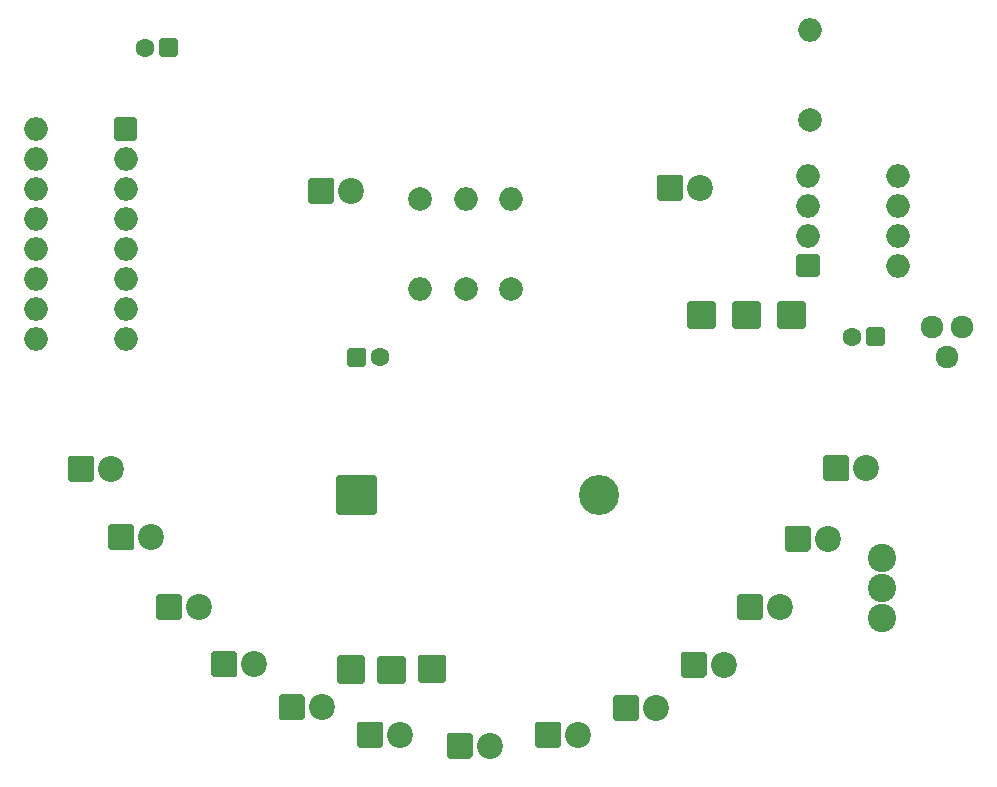
<source format=gbr>
%TF.GenerationSoftware,KiCad,Pcbnew,(5.1.9)-1*%
%TF.CreationDate,2021-04-30T09:58:52+02:00*%
%TF.ProjectId,Smiley2,536d696c-6579-4322-9e6b-696361645f70,rev?*%
%TF.SameCoordinates,Original*%
%TF.FileFunction,Soldermask,Top*%
%TF.FilePolarity,Negative*%
%FSLAX46Y46*%
G04 Gerber Fmt 4.6, Leading zero omitted, Abs format (unit mm)*
G04 Created by KiCad (PCBNEW (5.1.9)-1) date 2021-04-30 09:58:52*
%MOMM*%
%LPD*%
G01*
G04 APERTURE LIST*
%ADD10C,1.600000*%
%ADD11C,2.200000*%
%ADD12O,2.000000X2.000000*%
%ADD13C,2.000000*%
%ADD14C,2.400000*%
%ADD15C,3.400000*%
%ADD16C,1.924000*%
G04 APERTURE END LIST*
%TO.C,C1*%
G36*
G01*
X35172000Y2408500D02*
X35172000Y1208500D01*
G75*
G02*
X34972000Y1008500I-200000J0D01*
G01*
X33772000Y1008500D01*
G75*
G02*
X33572000Y1208500I0J200000D01*
G01*
X33572000Y2408500D01*
G75*
G02*
X33772000Y2608500I200000J0D01*
G01*
X34972000Y2608500D01*
G75*
G02*
X35172000Y2408500I0J-200000D01*
G01*
G37*
D10*
X32372000Y1808500D03*
%TD*%
%TO.C,C2*%
G36*
G01*
X-10370000Y-506000D02*
X-10370000Y694000D01*
G75*
G02*
X-10170000Y894000I200000J0D01*
G01*
X-8970000Y894000D01*
G75*
G02*
X-8770000Y694000I0J-200000D01*
G01*
X-8770000Y-506000D01*
G75*
G02*
X-8970000Y-706000I-200000J0D01*
G01*
X-10170000Y-706000D01*
G75*
G02*
X-10370000Y-506000I0J200000D01*
G01*
G37*
X-7570000Y94000D03*
%TD*%
%TO.C,C3*%
X-27480000Y26300000D03*
G36*
G01*
X-24680000Y26900000D02*
X-24680000Y25700000D01*
G75*
G02*
X-24880000Y25500000I-200000J0D01*
G01*
X-26080000Y25500000D01*
G75*
G02*
X-26280000Y25700000I0J200000D01*
G01*
X-26280000Y26900000D01*
G75*
G02*
X-26080000Y27100000I200000J0D01*
G01*
X-24880000Y27100000D01*
G75*
G02*
X-24680000Y26900000I0J-200000D01*
G01*
G37*
%TD*%
%TO.C,D1*%
G36*
G01*
X-1950000Y-33720000D02*
X-1950000Y-31920000D01*
G75*
G02*
X-1750000Y-31720000I200000J0D01*
G01*
X50000Y-31720000D01*
G75*
G02*
X250000Y-31920000I0J-200000D01*
G01*
X250000Y-33720000D01*
G75*
G02*
X50000Y-33920000I-200000J0D01*
G01*
X-1750000Y-33920000D01*
G75*
G02*
X-1950000Y-33720000I0J200000D01*
G01*
G37*
D11*
X1690000Y-32820000D03*
%TD*%
%TO.C,D2*%
X9180000Y-31870000D03*
G36*
G01*
X5540000Y-32770000D02*
X5540000Y-30970000D01*
G75*
G02*
X5740000Y-30770000I200000J0D01*
G01*
X7540000Y-30770000D01*
G75*
G02*
X7740000Y-30970000I0J-200000D01*
G01*
X7740000Y-32770000D01*
G75*
G02*
X7540000Y-32970000I-200000J0D01*
G01*
X5740000Y-32970000D01*
G75*
G02*
X5540000Y-32770000I0J200000D01*
G01*
G37*
%TD*%
%TO.C,D3*%
X15770000Y-29610000D03*
G36*
G01*
X12130000Y-30510000D02*
X12130000Y-28710000D01*
G75*
G02*
X12330000Y-28510000I200000J0D01*
G01*
X14130000Y-28510000D01*
G75*
G02*
X14330000Y-28710000I0J-200000D01*
G01*
X14330000Y-30510000D01*
G75*
G02*
X14130000Y-30710000I-200000J0D01*
G01*
X12330000Y-30710000D01*
G75*
G02*
X12130000Y-30510000I0J200000D01*
G01*
G37*
%TD*%
%TO.C,D4*%
X21500000Y-25960000D03*
G36*
G01*
X17860000Y-26860000D02*
X17860000Y-25060000D01*
G75*
G02*
X18060000Y-24860000I200000J0D01*
G01*
X19860000Y-24860000D01*
G75*
G02*
X20060000Y-25060000I0J-200000D01*
G01*
X20060000Y-26860000D01*
G75*
G02*
X19860000Y-27060000I-200000J0D01*
G01*
X18060000Y-27060000D01*
G75*
G02*
X17860000Y-26860000I0J200000D01*
G01*
G37*
%TD*%
%TO.C,D5*%
G36*
G01*
X22640000Y-21980000D02*
X22640000Y-20180000D01*
G75*
G02*
X22840000Y-19980000I200000J0D01*
G01*
X24640000Y-19980000D01*
G75*
G02*
X24840000Y-20180000I0J-200000D01*
G01*
X24840000Y-21980000D01*
G75*
G02*
X24640000Y-22180000I-200000J0D01*
G01*
X22840000Y-22180000D01*
G75*
G02*
X22640000Y-21980000I0J200000D01*
G01*
G37*
X26280000Y-21080000D03*
%TD*%
%TO.C,D6*%
G36*
G01*
X26668000Y-16173000D02*
X26668000Y-14373000D01*
G75*
G02*
X26868000Y-14173000I200000J0D01*
G01*
X28668000Y-14173000D01*
G75*
G02*
X28868000Y-14373000I0J-200000D01*
G01*
X28868000Y-16173000D01*
G75*
G02*
X28668000Y-16373000I-200000J0D01*
G01*
X26868000Y-16373000D01*
G75*
G02*
X26668000Y-16173000I0J200000D01*
G01*
G37*
X30308000Y-15273000D03*
%TD*%
%TO.C,D7*%
X33590000Y-9304000D03*
G36*
G01*
X29950000Y-10204000D02*
X29950000Y-8404000D01*
G75*
G02*
X30150000Y-8204000I200000J0D01*
G01*
X31950000Y-8204000D01*
G75*
G02*
X32150000Y-8404000I0J-200000D01*
G01*
X32150000Y-10204000D01*
G75*
G02*
X31950000Y-10404000I-200000J0D01*
G01*
X30150000Y-10404000D01*
G75*
G02*
X29950000Y-10204000I0J200000D01*
G01*
G37*
%TD*%
%TO.C,D8*%
X19513000Y14445000D03*
G36*
G01*
X15873000Y13545000D02*
X15873000Y15345000D01*
G75*
G02*
X16073000Y15545000I200000J0D01*
G01*
X17873000Y15545000D01*
G75*
G02*
X18073000Y15345000I0J-200000D01*
G01*
X18073000Y13545000D01*
G75*
G02*
X17873000Y13345000I-200000J0D01*
G01*
X16073000Y13345000D01*
G75*
G02*
X15873000Y13545000I0J200000D01*
G01*
G37*
%TD*%
%TO.C,D22*%
G36*
G01*
X-9530000Y-32770000D02*
X-9530000Y-30970000D01*
G75*
G02*
X-9330000Y-30770000I200000J0D01*
G01*
X-7530000Y-30770000D01*
G75*
G02*
X-7330000Y-30970000I0J-200000D01*
G01*
X-7330000Y-32770000D01*
G75*
G02*
X-7530000Y-32970000I-200000J0D01*
G01*
X-9330000Y-32970000D01*
G75*
G02*
X-9530000Y-32770000I0J200000D01*
G01*
G37*
X-5890000Y-31870000D03*
%TD*%
%TO.C,D33*%
G36*
G01*
X-16170000Y-30470000D02*
X-16170000Y-28670000D01*
G75*
G02*
X-15970000Y-28470000I200000J0D01*
G01*
X-14170000Y-28470000D01*
G75*
G02*
X-13970000Y-28670000I0J-200000D01*
G01*
X-13970000Y-30470000D01*
G75*
G02*
X-14170000Y-30670000I-200000J0D01*
G01*
X-15970000Y-30670000D01*
G75*
G02*
X-16170000Y-30470000I0J200000D01*
G01*
G37*
X-12530000Y-29570000D03*
%TD*%
%TO.C,D44*%
G36*
G01*
X-21860000Y-26810000D02*
X-21860000Y-25010000D01*
G75*
G02*
X-21660000Y-24810000I200000J0D01*
G01*
X-19860000Y-24810000D01*
G75*
G02*
X-19660000Y-25010000I0J-200000D01*
G01*
X-19660000Y-26810000D01*
G75*
G02*
X-19860000Y-27010000I-200000J0D01*
G01*
X-21660000Y-27010000D01*
G75*
G02*
X-21860000Y-26810000I0J200000D01*
G01*
G37*
X-18220000Y-25910000D03*
%TD*%
%TO.C,D55*%
X-22910000Y-21080000D03*
G36*
G01*
X-26550000Y-21980000D02*
X-26550000Y-20180000D01*
G75*
G02*
X-26350000Y-19980000I200000J0D01*
G01*
X-24550000Y-19980000D01*
G75*
G02*
X-24350000Y-20180000I0J-200000D01*
G01*
X-24350000Y-21980000D01*
G75*
G02*
X-24550000Y-22180000I-200000J0D01*
G01*
X-26350000Y-22180000D01*
G75*
G02*
X-26550000Y-21980000I0J200000D01*
G01*
G37*
%TD*%
%TO.C,D66*%
X-26970000Y-15170000D03*
G36*
G01*
X-30610000Y-16070000D02*
X-30610000Y-14270000D01*
G75*
G02*
X-30410000Y-14070000I200000J0D01*
G01*
X-28610000Y-14070000D01*
G75*
G02*
X-28410000Y-14270000I0J-200000D01*
G01*
X-28410000Y-16070000D01*
G75*
G02*
X-28610000Y-16270000I-200000J0D01*
G01*
X-30410000Y-16270000D01*
G75*
G02*
X-30610000Y-16070000I0J200000D01*
G01*
G37*
%TD*%
%TO.C,D77*%
G36*
G01*
X-34000000Y-10250000D02*
X-34000000Y-8450000D01*
G75*
G02*
X-33800000Y-8250000I200000J0D01*
G01*
X-32000000Y-8250000D01*
G75*
G02*
X-31800000Y-8450000I0J-200000D01*
G01*
X-31800000Y-10250000D01*
G75*
G02*
X-32000000Y-10450000I-200000J0D01*
G01*
X-33800000Y-10450000D01*
G75*
G02*
X-34000000Y-10250000I0J200000D01*
G01*
G37*
X-30360000Y-9350000D03*
%TD*%
%TO.C,D88*%
G36*
G01*
X-13660000Y13280000D02*
X-13660000Y15080000D01*
G75*
G02*
X-13460000Y15280000I200000J0D01*
G01*
X-11660000Y15280000D01*
G75*
G02*
X-11460000Y15080000I0J-200000D01*
G01*
X-11460000Y13280000D01*
G75*
G02*
X-11660000Y13080000I-200000J0D01*
G01*
X-13460000Y13080000D01*
G75*
G02*
X-13660000Y13280000I0J200000D01*
G01*
G37*
X-10020000Y14180000D03*
%TD*%
D12*
%TO.C,R1*%
X28784000Y27780000D03*
D13*
X28784000Y20160000D03*
%TD*%
D12*
%TO.C,R2*%
X-4200000Y5840000D03*
D13*
X-4200000Y13460000D03*
%TD*%
%TO.C,R3*%
X3511000Y5872500D03*
D12*
X3511000Y13492500D03*
%TD*%
D13*
%TO.C,R4*%
X-299000Y5872500D03*
D12*
X-299000Y13492500D03*
%TD*%
D14*
%TO.C,S1*%
X34880000Y-21980000D03*
X34880000Y-19440000D03*
X34880000Y-16900000D03*
%TD*%
D15*
%TO.C,U1*%
X10920000Y-11590000D03*
G36*
G01*
X-11270000Y-13090000D02*
X-11270000Y-10090000D01*
G75*
G02*
X-11070000Y-9890000I200000J0D01*
G01*
X-8070000Y-9890000D01*
G75*
G02*
X-7870000Y-10090000I0J-200000D01*
G01*
X-7870000Y-13090000D01*
G75*
G02*
X-8070000Y-13290000I-200000J0D01*
G01*
X-11070000Y-13290000D01*
G75*
G02*
X-11270000Y-13090000I0J200000D01*
G01*
G37*
%TD*%
%TO.C,U2*%
G36*
G01*
X27657000Y7041000D02*
X27657000Y8641000D01*
G75*
G02*
X27857000Y8841000I200000J0D01*
G01*
X29457000Y8841000D01*
G75*
G02*
X29657000Y8641000I0J-200000D01*
G01*
X29657000Y7041000D01*
G75*
G02*
X29457000Y6841000I-200000J0D01*
G01*
X27857000Y6841000D01*
G75*
G02*
X27657000Y7041000I0J200000D01*
G01*
G37*
D12*
X36277000Y15461000D03*
X28657000Y10381000D03*
X36277000Y12921000D03*
X28657000Y12921000D03*
X36277000Y10381000D03*
X28657000Y15461000D03*
X36277000Y7841000D03*
%TD*%
%TO.C,U3*%
G36*
G01*
X-28128000Y20198000D02*
X-28128000Y18598000D01*
G75*
G02*
X-28328000Y18398000I-200000J0D01*
G01*
X-29928000Y18398000D01*
G75*
G02*
X-30128000Y18598000I0J200000D01*
G01*
X-30128000Y20198000D01*
G75*
G02*
X-29928000Y20398000I200000J0D01*
G01*
X-28328000Y20398000D01*
G75*
G02*
X-28128000Y20198000I0J-200000D01*
G01*
G37*
X-36748000Y1618000D03*
X-29128000Y16858000D03*
X-36748000Y4158000D03*
X-29128000Y14318000D03*
X-36748000Y6698000D03*
X-29128000Y11778000D03*
X-36748000Y9238000D03*
X-29128000Y9238000D03*
X-36748000Y11778000D03*
X-29128000Y6698000D03*
X-36748000Y14318000D03*
X-29128000Y4158000D03*
X-36748000Y16858000D03*
X-29128000Y1618000D03*
X-36748000Y19398000D03*
%TD*%
%TO.C,U4*%
G36*
G01*
X18440000Y2650000D02*
X18440000Y4650000D01*
G75*
G02*
X18640000Y4850000I200000J0D01*
G01*
X20640000Y4850000D01*
G75*
G02*
X20840000Y4650000I0J-200000D01*
G01*
X20840000Y2650000D01*
G75*
G02*
X20640000Y2450000I-200000J0D01*
G01*
X18640000Y2450000D01*
G75*
G02*
X18440000Y2650000I0J200000D01*
G01*
G37*
%TD*%
%TO.C,U5*%
G36*
G01*
X26060000Y2650000D02*
X26060000Y4650000D01*
G75*
G02*
X26260000Y4850000I200000J0D01*
G01*
X28260000Y4850000D01*
G75*
G02*
X28460000Y4650000I0J-200000D01*
G01*
X28460000Y2650000D01*
G75*
G02*
X28260000Y2450000I-200000J0D01*
G01*
X26260000Y2450000D01*
G75*
G02*
X26060000Y2650000I0J200000D01*
G01*
G37*
%TD*%
%TO.C,U6*%
G36*
G01*
X22250000Y2650000D02*
X22250000Y4650000D01*
G75*
G02*
X22450000Y4850000I200000J0D01*
G01*
X24450000Y4850000D01*
G75*
G02*
X24650000Y4650000I0J-200000D01*
G01*
X24650000Y2650000D01*
G75*
G02*
X24450000Y2450000I-200000J0D01*
G01*
X22450000Y2450000D01*
G75*
G02*
X22250000Y2650000I0J200000D01*
G01*
G37*
%TD*%
%TO.C,U7*%
G36*
G01*
X-7800000Y-27400000D02*
X-7800000Y-25400000D01*
G75*
G02*
X-7600000Y-25200000I200000J0D01*
G01*
X-5600000Y-25200000D01*
G75*
G02*
X-5400000Y-25400000I0J-200000D01*
G01*
X-5400000Y-27400000D01*
G75*
G02*
X-5600000Y-27600000I-200000J0D01*
G01*
X-7600000Y-27600000D01*
G75*
G02*
X-7800000Y-27400000I0J200000D01*
G01*
G37*
%TD*%
%TO.C,U8*%
G36*
G01*
X-11240000Y-27350000D02*
X-11240000Y-25350000D01*
G75*
G02*
X-11040000Y-25150000I200000J0D01*
G01*
X-9040000Y-25150000D01*
G75*
G02*
X-8840000Y-25350000I0J-200000D01*
G01*
X-8840000Y-27350000D01*
G75*
G02*
X-9040000Y-27550000I-200000J0D01*
G01*
X-11040000Y-27550000D01*
G75*
G02*
X-11240000Y-27350000I0J200000D01*
G01*
G37*
%TD*%
%TO.C,U9*%
G36*
G01*
X-4370000Y-27290000D02*
X-4370000Y-25290000D01*
G75*
G02*
X-4170000Y-25090000I200000J0D01*
G01*
X-2170000Y-25090000D01*
G75*
G02*
X-1970000Y-25290000I0J-200000D01*
G01*
X-1970000Y-27290000D01*
G75*
G02*
X-2170000Y-27490000I-200000J0D01*
G01*
X-4170000Y-27490000D01*
G75*
G02*
X-4370000Y-27290000I0J200000D01*
G01*
G37*
%TD*%
D16*
%TO.C,P1*%
X41710000Y2660000D03*
X39170000Y2660000D03*
X40440000Y120000D03*
%TD*%
M02*

</source>
